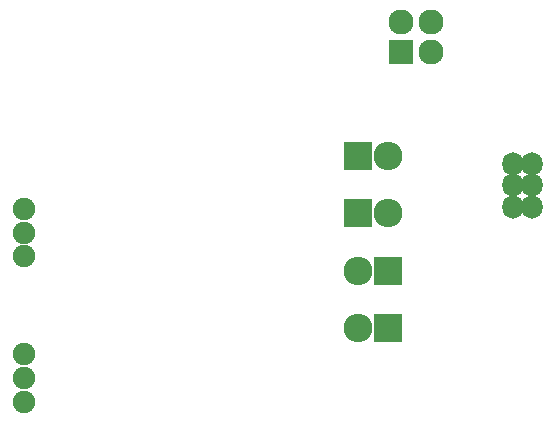
<source format=gts>
G04 #@! TF.FileFunction,Soldermask,Top*
%FSLAX46Y46*%
G04 Gerber Fmt 4.6, Leading zero omitted, Abs format (unit mm)*
G04 Created by KiCad (PCBNEW 4.0.0-rc1-stable) date 30.1.2017 12:24:42*
%MOMM*%
G01*
G04 APERTURE LIST*
%ADD10C,0.100000*%
%ADD11R,2.127200X2.127200*%
%ADD12O,2.127200X2.127200*%
%ADD13C,1.900000*%
%ADD14O,1.800000X2.000000*%
%ADD15R,2.432000X2.432000*%
%ADD16O,2.432000X2.432000*%
G04 APERTURE END LIST*
D10*
D11*
X79530000Y43760000D03*
D12*
X79530000Y46300000D03*
X82070000Y43760000D03*
X82070000Y46300000D03*
D13*
X47620000Y18170000D03*
X47620000Y16170000D03*
X47620000Y14170000D03*
X47620000Y30470000D03*
X47620000Y28470000D03*
X47620000Y26470000D03*
D14*
X88970000Y34330000D03*
X90570000Y34330000D03*
X90570000Y32500000D03*
X90570000Y30670000D03*
X88970000Y30670000D03*
X88970000Y32500000D03*
D15*
X78420000Y25240000D03*
D16*
X75880000Y25240000D03*
D15*
X78430000Y20400000D03*
D16*
X75890000Y20400000D03*
D15*
X75850000Y34960000D03*
D16*
X78390000Y34960000D03*
D15*
X75850000Y30130000D03*
D16*
X78390000Y30130000D03*
M02*

</source>
